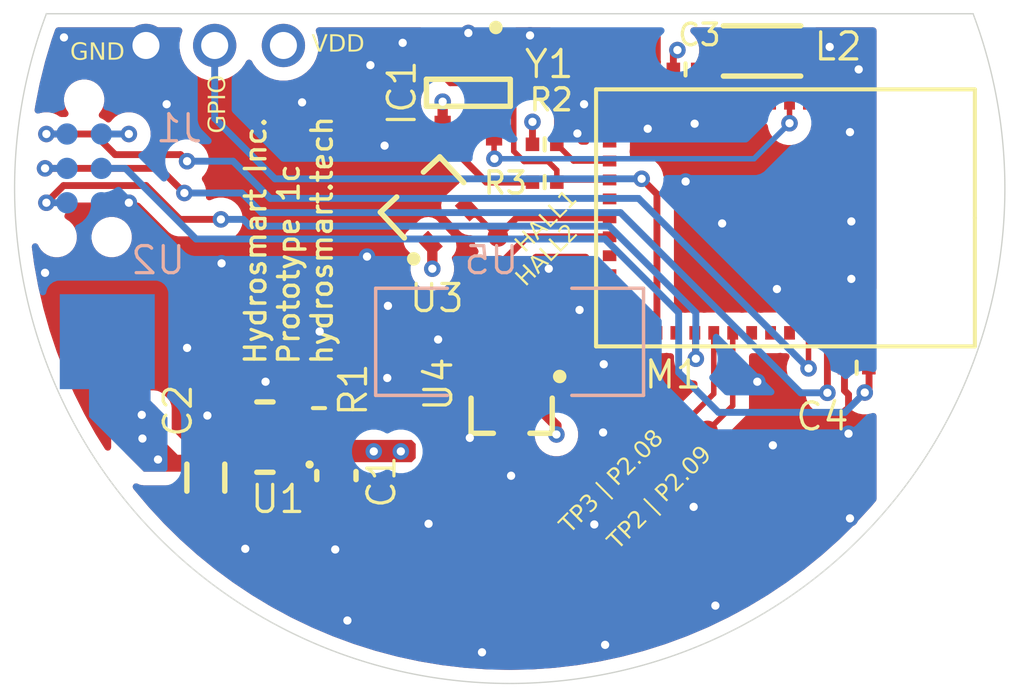
<source format=kicad_pcb>
(kicad_pcb (version 20241229) (generator "pcbnew") (generator_version "9.0")
  (layers (0 "F.Cu" signal "Top Layer") (4 "In1.Cu" power "Int1 (GND)") (6 "In2.Cu" power "Int2 (PWR)") (2 "B.Cu" signal "Bottom Layer") (13 "F.Paste" user "Top Paste") (15 "B.Paste" user "Bottom Paste") (5 "F.SilkS" user "Top Overlay") (7 "B.SilkS" user "Bottom Overlay") (1 "F.Mask" user "Top Solder") (3 "B.Mask" user "Bottom Solder") (25 "Edge.Cuts" user))
  (net 0 "")
  (net 1 "HALL1")
  (net 2 "VBAT")
  (net 3 "VDD")
  (net 4 "GND")
  (net 5 "TP1")
  (net 6 "TP2")
  (net 7 "HALL2")
  (net 8 "/Hydrosmart_NRF_MOD/NRESET")
  (net 9 "/Hydrosmart_NRF_MOD/SWDCLK")
  (net 10 "/Hydrosmart_NRF_MOD/SWDIO")
  (net 11 "/Hydrosmart_NRF_MOD/SWO")
  (net 12 "/Hydrosmart_NRF_MOD/DECD")
  (net 13 "/Hydrosmart_NRF_MOD/DCC")
  (net 16 "Net-(M1-P1.01{slash}XL2)")
  (net 22 "/Hydrosmart_NRF_MOD/TP1")
  (net 23 "/Hydrosmart_NRF_MOD/TP5")
  (net 28 "Net-(M1-P1.00{slash}XL1)")
  (net 30 "/Hydrosmart_NRF_MOD/TP2")
  (net 38 "Net-(U1-RSEL)")
  (net 40 "/ROM_WP")
  (net 41 "/I2C_SDA")
  (net 42 "/I2C_SCL")
  (net 43 "/P2.05")
  (net 44 "/HALL2")
  (net 45 "/HALL1")
  (footprint "HydSmart_VA:AN54L15Q-U" (layer "F.Cu") (at 165.69165 100.17135 -90)
    (property "Reference" "M1" (at 6.3787 12.2904 0) (layer "F.SilkS") (effects (font (thickness 0.12)) (justify left bottom)))
    (property "Value" "AN54L15Q-U" (hide yes))
    (fp_line (start -4.75 13.99997) (end -4.75 -0.00005) (stroke (width 0.15001)) (layer "F.SilkS"))
    (fp_line (start 4.75 13.99997) (end -4.75 13.99997) (stroke (width 0.15001)) (layer "F.SilkS"))
    (fp_line (start 4.75 13.99997) (end 4.75 -0.00005) (stroke (width 0.15001)) (layer "F.SilkS"))
    (fp_line (start 0 -0.00005) (end -4.75 -0.00005) (stroke (width 0.15001)) (layer "F.SilkS"))
    (fp_line (start 4.75 -0.00005) (end 0 -0.00005) (stroke (width 0.15001)) (layer "F.SilkS"))
    (pad "1" smd rect (at -4.25003 4.04998 90) (size 0.5 0.4) (layers "F.Cu" "F.Mask" "F.Paste") (net 4 "GND"))
    (pad "2" smd rect (at -4.25003 4.74995 270) (size 0.5 0.4) (layers "F.Cu" "F.Mask" "F.Paste"))
    (pad "3" smd rect (at -4.25003 5.44998 270) (size 0.5 0.4) (layers "F.Cu" "F.Mask" "F.Paste"))
    (pad "4" smd rect (at -4.25003 6.14995 90) (size 0.5 0.4) (layers "F.Cu" "F.Mask" "F.Paste"))
    (pad "5" smd rect (at -4.25003 6.84997 270) (size 0.5 0.4) (layers "F.Cu" "F.Mask" "F.Paste") (net 40 "/ROM_WP"))
    (pad "6" smd rect (at -4.25003 7.54995 270) (size 0.5 0.4) (layers "F.Cu" "F.Mask" "F.Paste"))
    (pad "7" smd rect (at -4.25003 8.24997 270) (size 0.5 0.4) (layers "F.Cu" "F.Mask" "F.Paste"))
    (pad "8" smd rect (at -4.25003 8.94994 270) (size 0.5 0.4) (layers "F.Cu" "F.Mask" "F.Paste") (net 12 "/Hydrosmart_NRF_MOD/DECD"))
    (pad "9" smd rect (at -4.25003 9.64997 270) (size 0.5 0.4) (layers "F.Cu" "F.Mask" "F.Paste") (net 13 "/Hydrosmart_NRF_MOD/DCC"))
    (pad "10" smd rect (at -4.25003 10.34994 270) (size 0.5 0.4) (layers "F.Cu" "F.Mask" "F.Paste") (net 4 "GND"))
    (pad "11" smd rect (at -4.25003 11.04996 270) (size 0.5 0.4) (layers "F.Cu" "F.Mask" "F.Paste") (net 3 "VDD"))
    (pad "12" smd rect (at -4.25003 11.74994 270) (size 0.5 0.4) (layers "F.Cu" "F.Mask" "F.Paste") (net 28 "Net-(M1-P1.00{slash}XL1)"))
    (pad "13" smd rect (at -4.25003 12.44996 270) (size 0.5 0.4) (layers "F.Cu" "F.Mask" "F.Paste") (net 16 "Net-(M1-P1.01{slash}XL2)"))
    (pad "14" smd rect (at -4.19999 13.49995 180) (size 0.5 0.4) (layers "F.Cu" "F.Mask" "F.Paste") (net 4 "GND"))
    (pad "15" smd rect (at -3.50002 13.49995 180) (size 0.5 0.4) (layers "F.Cu" "F.Mask" "F.Paste"))
    (pad "16" smd rect (at -2.79999 13.49995 180) (size 0.5 0.4) (layers "F.Cu" "F.Mask" "F.Paste"))
    (pad "17" smd rect (at -2.10002 13.49995 180) (size 0.5 0.4) (layers "F.Cu" "F.Mask" "F.Paste") (net 42 "/I2C_SCL"))
    (pad "18" smd rect (at -1.4 13.49995 180) (size 0.5 0.4) (layers "F.Cu" "F.Mask" "F.Paste") (net 41 "/I2C_SDA"))
    (pad "19" smd rect (at -0.70002 13.49995 180) (size 0.5 0.4) (layers "F.Cu" "F.Mask" "F.Paste"))
    (pad "20" smd rect (at 0 13.49995) (size 0.5 0.4) (layers "F.Cu" "F.Mask" "F.Paste") (net 45 "/HALL1"))
    (pad "21" smd rect (at 0.69997 13.49995) (size 0.5 0.4) (layers "F.Cu" "F.Mask" "F.Paste") (net 44 "/HALL2"))
    (pad "22" smd rect (at 1.4 13.49995) (size 0.5 0.4) (layers "F.Cu" "F.Mask" "F.Paste"))
    (pad "23" smd rect (at 2.09997 13.49995) (size 0.5 0.4) (layers "F.Cu" "F.Mask" "F.Paste"))
    (pad "24" smd rect (at 2.79999 13.49995) (size 0.5 0.4) (layers "F.Cu" "F.Mask" "F.Paste"))
    (pad "25" smd rect (at 3.49997 13.49995) (size 0.5 0.4) (layers "F.Cu" "F.Mask" "F.Paste"))
    (pad "26" smd rect (at 4.19999 13.49995) (size 0.5 0.4) (layers "F.Cu" "F.Mask" "F.Paste") (net 4 "GND"))
    (pad "27" smd rect (at 4.24998 12.44996 270) (size 0.5 0.4) (layers "F.Cu" "F.Mask" "F.Paste") (net 23 "/Hydrosmart_NRF_MOD/TP5"))
    (pad "28" smd rect (at 4.24998 11.74994 270) (size 0.5 0.4) (layers "F.Cu" "F.Mask" "F.Paste") (net 43 "/P2.05"))
    (pad "29" smd rect (at 4.24998 11.04996 270) (size 0.5 0.4) (layers "F.Cu" "F.Mask" "F.Paste"))
    (pad "30" smd rect (at 4.24998 10.34994 270) (size 0.5 0.4) (layers "F.Cu" "F.Mask" "F.Paste") (net 11 "/Hydrosmart_NRF_MOD/SWO"))
    (pad "31" smd rect (at 4.24998 9.64997 270) (size 0.5 0.4) (layers "F.Cu" "F.Mask" "F.Paste") (net 30 "/Hydrosmart_NRF_MOD/TP2"))
    (pad "32" smd rect (at 4.24998 8.94994 270) (size 0.5 0.4) (layers "F.Cu" "F.Mask" "F.Paste") (net 22 "/Hydrosmart_NRF_MOD/TP1"))
    (pad "33" smd rect (at 4.24998 8.24997 270) (size 0.5 0.4) (layers "F.Cu" "F.Mask" "F.Paste"))
    (pad "34" smd rect (at 4.24998 7.54995 270) (size 0.5 0.4) (layers "F.Cu" "F.Mask" "F.Paste"))
    (pad "35" smd rect (at 4.24998 6.84997 270) (size 0.5 0.4) (layers "F.Cu" "F.Mask" "F.Paste"))
    (pad "36" smd rect (at 4.24998 6.14995 270) (size 0.5 0.4) (layers "F.Cu" "F.Mask" "F.Paste") (net 10 "/Hydrosmart_NRF_MOD/SWDIO"))
    (pad "37" smd rect (at 4.24998 5.44998 270) (size 0.5 0.4) (layers "F.Cu" "F.Mask" "F.Paste") (net 9 "/Hydrosmart_NRF_MOD/SWDCLK"))
    (pad "38" smd rect (at 4.24998 4.74995 270) (size 0.5 0.4) (layers "F.Cu" "F.Mask" "F.Paste"))
    (pad "39" smd rect (at 4.24998 4.04998 270) (size 0.5 0.4) (layers "F.Cu" "F.Mask" "F.Paste") (net 8 "/Hydrosmart_NRF_MOD/NRESET"))
    (pad "40" smd rect (at 3.35001 4.34995 90) (size 0.5 0.4) (layers "F.Cu" "F.Mask" "F.Paste"))
    (pad "41" smd rect (at 3.35001 5.14995 90) (size 0.5 0.4) (layers "F.Cu" "F.Mask" "F.Paste"))
  )
  (footprint "HydSmart_VA:FC135327680KAAG5" (layer "F.Cu") (at 152.33125 94.35475 180)
    (property "Reference" "Y1" (at 3.355 -0.7203 0) (layer "F.SilkS") (effects (font (thickness 0.12)) (justify left bottom)))
    (property "Value" "FC-135_32.7680KA-AG5" (hide yes))
    (pad "1" smd rect (at -1.24999 0 270) (size 1.8 1) (layers "F.Cu" "F.Mask" "F.Paste") (net 28 "Net-(M1-P1.00{slash}XL1)"))
    (pad "2" smd rect (at 1.25004 0 270) (size 1.8 1) (layers "F.Cu" "F.Mask" "F.Paste") (net 16 "Net-(M1-P1.01{slash}XL2)"))
  )
  (footprint "HydSmart_VA:SOT23-5" (layer "F.Cu") (at 146.97185 95.54855 -90)
    (property "Reference" "IC1" (at 1.304 1.8731 90) (layer "F.SilkS") (effects (font (thickness 0.12)) (justify left bottom)))
    (property "Value" "24FC04HT-I/OT" (hide yes))
    (fp_line (start -0.5 1.55) (end -0.5 -1.55) (stroke (width 0.2)) (layer "F.SilkS"))
    (fp_line (start 0.5 1.55) (end -0.5 1.55) (stroke (width 0.2)) (layer "F.SilkS"))
    (fp_line (start 0.5 1.55) (end 0.5 -1.55) (stroke (width 0.2)) (layer "F.SilkS"))
    (fp_line (start 0.5 -1.55) (end -0.5 -1.55) (stroke (width 0.2)) (layer "F.SilkS"))
    (fp_circle (center -2.413 -1.016) (end -2.538 -1.016) (stroke (width 0.25)) (fill no) (layer "F.SilkS"))
    (pad "1" smd rect (at -1.4 -0.95) (size 0.6 1.1) (layers "F.Cu" "F.Mask" "F.Paste") (net 42 "/I2C_SCL"))
    (pad "2" smd rect (at -1.4 0) (size 0.6 1.1) (layers "F.Cu" "F.Mask" "F.Paste") (net 4 "GND"))
    (pad "3" smd rect (at -1.4 0.95) (size 0.6 1.1) (layers "F.Cu" "F.Mask" "F.Paste") (net 41 "/I2C_SDA"))
    (pad "4" smd rect (at 1.4 0.95) (size 0.6 1.1) (layers "F.Cu" "F.Mask" "F.Paste") (net 3 "VDD"))
    (pad "5" smd rect (at 1.4 -0.95) (size 0.6 1.1) (layers "F.Cu" "F.Mask" "F.Paste") (net 40 "/ROM_WP"))
  )
  (footprint "HydSmart_VA:" (layer "F.Cu") (at 148.08884 101.93513)
    (property "Reference" "" (at 0 0 0) (layer "F.SilkS") (effects (font (size 1.27 1.27))))
    (property "Value" "")
    (pad "" smd circle (at 0 0) (size 0.762 0.762) (layers "F.Cu" "F.Mask" "F.Paste") (net 7 "HALL2"))
  )
  (footprint "HydSmart_VA:" (layer "F.Cu") (at 148.06405 100.85715)
    (property "Reference" "" (at 0 0 0) (layer "F.SilkS") (effects (font (size 1.27 1.27))))
    (property "Value" "")
    (pad "" smd circle (at 0 0) (size 0.762 0.762) (layers "F.Cu" "F.Mask" "F.Paste") (net 1 "HALL1"))
  )
  (footprint "HydSmart_VA:FP-GRM158-0_2-MFG" (layer "F.Cu") (at 137.26905 109.77255 -90)
    (property "Reference" "C2" (at -1.42 0.4453 90) (layer "F.SilkS") (effects (font (thickness 0.12)) (justify left bottom)))
    (property "Value" "22uF" (hide yes))
    (fp_line (start 0.5 0.7) (end -0.5 0.7) (stroke (width 0.2)) (layer "F.SilkS"))
    (fp_line (start 0.5 -0.7) (end -0.5 -0.7) (stroke (width 0.2)) (layer "F.SilkS"))
    (pad "1" smd rect (at -0.47501 -0.00002 270) (size 0.45 0.6) (layers "F.Cu" "F.Mask" "F.Paste") (net 2 "VBAT"))
    (pad "2" smd rect (at 0.475 -0.00002 270) (size 0.45 0.6) (layers "F.Cu" "F.Mask" "F.Paste") (net 4 "GND"))
  )
  (footprint "HydSmart_VA:FP-C2012-125-0_2-MFG" (layer "F.Cu") (at 142.09505 109.69635 -90)
    (property "Reference" "C1" (at 1.2812 -2.2537 90) (layer "F.SilkS") (effects (font (thickness 0.12)) (justify left bottom)))
    (property "Value" "47uF" (hide yes))
    (fp_line (start 0.15 0.72499) (end -0.15002 0.72499) (stroke (width 0.2)) (layer "F.SilkS"))
    (fp_line (start 0.15 -0.72499) (end -0.15002 -0.72499) (stroke (width 0.2)) (layer "F.SilkS"))
    (pad "1" smd rect (at -0.92503 -0.00002 270) (size 0.8 1.05) (layers "F.Cu" "F.Mask" "F.Paste") (net 3 "VDD"))
    (pad "2" smd rect (at 0.92501 -0.00002 270) (size 0.8 1.05) (layers "F.Cu" "F.Mask" "F.Paste") (net 4 "GND"))
  )
  (footprint "HydSmart_VA:R0402" (layer "F.Cu") (at 149.79125 98.85055 180)
    (property "Reference" "R3" (at 2.32811 -0.505838 0) (layer "F.SilkS") (effects (font (size 0.8128 0.8128) (thickness 0.127)) (justify left bottom)))
    (property "Value" "4.7K" (hide yes))
    (fp_line (start 0 -0.225) (end 0 0.225) (stroke (width 0.15)) (layer "F.SilkS"))
    (pad "1" smd rect (at -0.45 0 180) (size 0.5 0.5) (layers "F.Cu" "F.Mask" "F.Paste") (net 41 "/I2C_SDA"))
    (pad "2" smd rect (at 0.45 0 180) (size 0.5 0.5) (layers "F.Cu" "F.Mask" "F.Paste") (net 3 "VDD"))
  )
  (footprint "HydSmart_VA:C0402" (layer "F.Cu") (at 161.32285 105.70855 180)
    (property "Reference" "C4" (at 2.3216 -2.3915 0) (layer "F.SilkS") (effects (font (thickness 0.12)) (justify left bottom)))
    (property "Value" "4.7uF" (hide yes))
    (fp_line (start 0 -0.225) (end 0 0.225) (stroke (width 0.15)) (layer "F.SilkS"))
    (pad "1" smd rect (at -0.45 0 180) (size 0.5 0.5) (layers "F.Cu" "F.Mask" "F.Paste") (net 8 "/Hydrosmart_NRF_MOD/NRESET"))
    (pad "2" smd rect (at 0.45 0 180) (size 0.5 0.5) (layers "F.Cu" "F.Mask" "F.Paste") (net 4 "GND"))
  )
  (footprint "HydSmart_VA:HDR1X3" (layer "F.Cu") (at 137.59646 93.80052 180)
    (property "Reference" "J2" (hide yes))
    (property "Value" "DNP" (hide yes))
    (pad "1" thru_hole circle (at -2.54 0 180) (size 1.6 1.6) (drill 1) (layers "*.Cu" "*.Mask") (net 3 "VDD"))
    (pad "2" thru_hole circle (at 0 0 180) (size 1.6 1.6) (drill 1) (layers "*.Cu" "*.Mask") (net 43 "/P2.05"))
    (pad "3" thru_hole circle (at 2.54 0 180) (size 1.6 1.6) (drill 1) (layers "*.Cu" "*.Mask") (net 4 "GND"))
  )
  (footprint "HydSmart_VA:SOT95P280X135-3L" (layer "F.Cu") (at 148.57205 107.28335 -90)
    (property "Reference" "U4" (at 0.1192 2.1233 90) (layer "F.SilkS") (effects (font (thickness 0.12)) (justify left bottom)))
    (property "Value" "CT8122AM-IS3" (hide yes))
    (fp_line (start 0.84999 1.50002) (end -0.44999 1.50002) (stroke (width 0.2)) (layer "F.SilkS"))
    (fp_line (start 0.84999 1.50002) (end 0.84999 0.67498) (stroke (width 0.2)) (layer "F.SilkS"))
    (fp_line (start 0.84999 -0.67498) (end 0.84999 -1.50002) (stroke (width 0.2)) (layer "F.SilkS"))
    (fp_line (start 0.84999 -1.50002) (end -0.44999 -1.50002) (stroke (width 0.2)) (layer "F.SilkS"))
    (fp_circle (center -1.25 -1.775) (end -1.375 -1.775) (stroke (width 0.25)) (fill no) (layer "F.SilkS"))
    (pad "1" smd rect (at -1.24999 -0.95001) (size 0.55 0.8) (layers "F.Cu" "F.Mask" "F.Paste") (net 3 "VDD"))
    (pad "2" smd rect (at -1.24999 0.95001) (size 0.55 0.8) (layers "F.Cu" "F.Mask" "F.Paste") (net 44 "/HALL2"))
    (pad "3" smd rect (at 1.24998 0) (size 0.55 0.8) (layers "F.Cu" "F.Mask" "F.Paste") (net 4 "GND"))
  )
  (footprint "HydSmart_VA:C0402" (layer "F.Cu") (at 154.99825 94.68495 180)
    (property "Reference" "C3" (at 0.347 0.8094 0) (layer "F.SilkS") (effects (font (size 0.8 0.8) (thickness 0.12)) (justify left bottom)))
    (property "Value" "4.7uF" (hide yes))
    (fp_line (start 0 -0.225) (end 0 0.225) (stroke (width 0.15)) (layer "F.SilkS"))
    (pad "1" smd rect (at -0.45 0 180) (size 0.5 0.5) (layers "F.Cu" "F.Mask" "F.Paste") (net 4 "GND"))
    (pad "2" smd rect (at 0.45 0 180) (size 0.5 0.5) (layers "F.Cu" "F.Mask" "F.Paste") (net 3 "VDD"))
  )
  (footprint "HydSmart_VA:SOT95P280X135-3L" (layer "F.Cu") (at 145.39705 99.56175 133)
    (property "Reference" "U3" (at -2.58736 -3.329956 0) (layer "F.SilkS") (effects (font (thickness 0.12)) (justify left bottom)))
    (property "Value" "CT8122AM-IS3" (hide yes))
    (fp_line (start 0.849984 -1.500016) (end 0.849983 -0.674985) (stroke (width 0.2)) (layer "F.SilkS"))
    (fp_line (start 0.849984 -1.500016) (end -0.449983 -1.500023) (stroke (width 0.2)) (layer "F.SilkS"))
    (fp_line (start 0.849989 0.674983) (end 0.84999 1.500029) (stroke (width 0.2)) (layer "F.SilkS"))
    (fp_line (start 0.84999 1.500029) (end -0.449991 1.500022) (stroke (width 0.2)) (layer "F.SilkS"))
    (fp_circle (center -1.249997 -1.775004) (end -1.158578 -1.689754) (stroke (width 0.25)) (fill no) (layer "F.SilkS"))
    (pad "1" smd rect (at -1.249991 -0.950008 223) (size 0.55 0.8) (layers "F.Cu" "F.Mask" "F.Paste") (net 3 "VDD"))
    (pad "2" smd rect (at -1.249987 0.950006 223) (size 0.55 0.8) (layers "F.Cu" "F.Mask" "F.Paste") (net 45 "/HALL1"))
    (pad "3" smd rect (at 1.249986 -0.000002 223) (size 0.55 0.8) (layers "F.Cu" "F.Mask" "F.Paste") (net 4 "GND"))
  )
  (footprint "HydSmart_VA:" (layer "F.Cu") (at 154.66805 108.04535)
    (property "Reference" "" (at 0 0 0) (layer "F.SilkS") (effects (font (size 1.27 1.27))))
    (property "Value" "")
    (pad "" smd circle (at 0 0) (size 0.762 0.762) (layers "F.Cu" "F.Mask" "F.Paste") (net 6 "TP2"))
  )
  (footprint "HydSmart_VA:" (layer "F.Cu") (at 155.81105 108.04535)
    (property "Reference" "" (at 0 0 0) (layer "F.SilkS") (effects (font (size 1.27 1.27))))
    (property "Value" "")
    (pad "" smd circle (at 0 0) (size 0.762 0.762) (layers "F.Cu" "F.Mask" "F.Paste") (net 5 "TP1"))
  )
  (footprint "HydSmart_VA:R0402" (layer "F.Cu") (at 149.79125 97.45355 180)
    (property "Reference" "R2" (at 0.635 1.170432 0) (layer "F.SilkS") (effects (font (size 0.8128 0.8128) (thickness 0.127)) (justify left bottom)))
    (property "Value" "4.7K" (hide yes))
    (fp_line (start 0 -0.225) (end 0 0.225) (stroke (width 0.15)) (layer "F.SilkS"))
    (pad "1" smd rect (at -0.45 0 180) (size 0.5 0.5) (layers "F.Cu" "F.Mask" "F.Paste") (net 42 "/I2C_SCL"))
    (pad "2" smd rect (at 0.45 0 180) (size 0.5 0.5) (layers "F.Cu" "F.Mask" "F.Paste") (net 3 "VDD"))
  )
  (footprint "HydSmart_VA:MAXM38643AEMB" (layer "F.Cu") (at 139.45345 108.27395 180)
    (property "Reference" "U1" (at 0.6022 -2.8761 0) (layer "F.SilkS") (effects (font (thickness 0.12)) (justify left bottom)))
    (property "Value" "MAXM38643AEMB+" (hide yes))
    (fp_line (start 0.29997 1.30002) (end -0.30003 1.30002) (stroke (width 0.2)) (layer "F.SilkS"))
    (fp_line (start 0.29997 -1.30002) (end -0.30003 -1.30002) (stroke (width 0.2)) (layer "F.SilkS"))
    (fp_arc (start -1.6 -1.015) (mid -1.65 -0.965) (end -1.7 -1.015) (stroke (width 0.2)) (layer "F.SilkS"))
    (fp_arc (start -1.6 -1.015) (mid -1.65 -0.965) (end -1.7 -1.015) (stroke (width 0.2)) (layer "F.SilkS"))
    (fp_arc (start -1.7 -1.015) (mid -1.65 -1.065) (end -1.6 -1.015) (stroke (width 0.2)) (layer "F.SilkS"))
    (pad "1" smd rect (at -0.90002 -1.01498 180) (size 0.6 0.28) (layers "F.Cu" "F.Mask" "F.Paste") (net 3 "VDD"))
    (pad "2" smd rect (at -0.90002 -0.49997 180) (size 0.6 0.25) (layers "F.Cu" "F.Mask" "F.Paste") (net 3 "VDD"))
    (pad "3" smd rect (at -0.90002 0 180) (size 0.6 0.25) (layers "F.Cu" "F.Mask" "F.Paste") (net 3 "VDD"))
    (pad "4" smd rect (at -0.90002 0.50002 180) (size 0.6 0.25) (layers "F.Cu" "F.Mask" "F.Paste") (net 38 "Net-(U1-RSEL)"))
    (pad "5" smd rect (at -0.90002 1 180) (size 0.6 0.25) (layers "F.Cu" "F.Mask" "F.Paste"))
    (pad "6" smd rect (at 0.90002 1 180) (size 0.6 0.25) (layers "F.Cu" "F.Mask" "F.Paste") (net 4 "GND"))
    (pad "7" smd rect (at 0.90002 0.50002 180) (size 0.6 0.25) (layers "F.Cu" "F.Mask" "F.Paste") (net 4 "GND"))
    (pad "8" smd rect (at 0.90002 0 180) (size 0.6 0.25) (layers "F.Cu" "F.Mask" "F.Paste") (net 2 "VBAT"))
    (pad "9" smd rect (at 0.90002 -0.49997 180) (size 0.6 0.25) (layers "F.Cu" "F.Mask" "F.Paste") (net 2 "VBAT"))
    (pad "10" smd rect (at 0.90002 -1 180) (size 0.6 0.25) (layers "F.Cu" "F.Mask" "F.Paste") (net 2 "VBAT"))
  )
  (footprint "HydSmart_VA:R0402" (layer "F.Cu") (at 141.45125 107.20255 -90)
    (property "Reference" "R1" (at 0.375 -1.8475 90) (layer "F.SilkS") (effects (font (thickness 0.12)) (justify left bottom)))
    (property "Value" "20K" (hide yes))
    (fp_line (start 0 0.225) (end 0 -0.225) (stroke (width 0.15)) (layer "F.SilkS"))
    (pad "1" smd rect (at -0.45 0 270) (size 0.5 0.5) (layers "F.Cu" "F.Mask" "F.Paste") (net 4 "GND"))
    (pad "2" smd rect (at 0.45 0 270) (size 0.5 0.5) (layers "F.Cu" "F.Mask" "F.Paste") (net 38 "Net-(U1-RSEL)"))
  )
  (footprint "HydSmart_VA:FP-MLZ1608-IPC_A" (layer "F.Cu") (at 157.82625 94.00255 180)
    (property "Reference" "L2" (at -1.85 -0.4225 0) (layer "F.SilkS") (effects (font (thickness 0.12)) (justify left bottom)))
    (property "Value" "4.7uH" (hide yes))
    (fp_line (start 1.42916 0.92913) (end -1.42911 0.92913) (stroke (width 0.2)) (layer "F.SilkS"))
    (fp_line (start 1.42916 -0.92913) (end -1.42911 -0.92913) (stroke (width 0.2)) (layer "F.SilkS"))
    (pad "1" smd rect (at -0.82606 0 180) (size 1.20606 1.05822) (layers "F.Cu" "F.Mask" "F.Paste") (net 12 "/Hydrosmart_NRF_MOD/DECD"))
    (pad "2" smd rect (at 0.82611 0 180) (size 1.20606 1.05822) (layers "F.Cu" "F.Mask" "F.Paste") (net 13 "/Hydrosmart_NRF_MOD/DCC"))
  )
  (footprint "HydSmart_VA:122" (layer "B.Cu") (at 133.62625 104.7476)
    (property "Reference" "U2" (at 2.957 -2.42255 0) (layer "B.SilkS") (effects (font (thickness 0.12)) (justify left bottom mirror)))
    (property "Value" "122" (hide yes))
    (pad "1" smd rect (at 0 0) (size 3.51 3.51) (layers "B.Cu" "B.Mask" "B.Paste") (net 2 "VBAT"))
  )
  (footprint "HydSmart_VA:112TR" (layer "B.Cu") (at 148.49585 104.75285 180)
    (property "Reference" "U5" (at -0.4064 2.4278 0) (layer "B.SilkS") (effects (font (thickness 0.12)) (justify left bottom mirror)))
    (property "Value" "112TR" (hide yes))
    (fp_line (start 4.95 1.98) (end 2.3 1.98) (stroke (width 0.127)) (layer "B.SilkS"))
    (fp_line (start 4.95 -1.98) (end 4.95 1.98) (stroke (width 0.127)) (layer "B.SilkS"))
    (fp_line (start 4.95 -1.98) (end 2.3 -1.98) (stroke (width 0.127)) (layer "B.SilkS"))
    (fp_line (start -2.3 1.98) (end -4.95 1.98) (stroke (width 0.127)) (layer "B.SilkS"))
    (fp_line (start -2.3 -1.98) (end -4.95 -1.98) (stroke (width 0.127)) (layer "B.SilkS"))
    (fp_line (start -4.95 -1.98) (end -4.95 1.98) (stroke (width 0.127)) (layer "B.SilkS"))
    (pad "1" smd rect (at 0 0 180) (size 3.96 3.96) (layers "B.Cu" "B.Mask" "B.Paste") (net 4 "GND"))
  )
  (footprint "HydSmart_VA:TC2030-IDC-NL" (layer "B.Cu") (at 132.77325 98.34255 -90)
    (property "Reference" "J1" (at -0.8935 -4.445 0) (layer "B.SilkS") (effects (font (thickness 0.12)) (justify left bottom mirror)))
    (property "Value" "TC2030-IDC-NL" (hide yes))
    (pad "" np_thru_hole circle (at -2.54 0 270) (size 0.991 0.991) (drill 0.991) (layers "F&B.Cu" "*.Mask"))
    (pad "" np_thru_hole circle (at 2.54 -1.016 270) (size 0.991 0.991) (drill 0.991) (layers "F&B.Cu" "*.Mask"))
    (pad "" np_thru_hole circle (at 2.54 1.016 270) (size 0.991 0.991) (drill 0.991) (layers "F&B.Cu" "*.Mask"))
    (pad "1" smd circle (at -1.27 -0.635 270) (size 0.787 0.787) (layers "B.Cu" "B.Mask" "B.Paste") (net 3 "VDD"))
    (pad "2" smd circle (at -1.27 0.635 270) (size 0.787 0.787) (layers "B.Cu" "B.Mask" "B.Paste") (net 10 "/Hydrosmart_NRF_MOD/SWDIO"))
    (pad "3" smd circle (at 0 -0.635 270) (size 0.787 0.787) (layers "B.Cu" "B.Mask" "B.Paste") (net 8 "/Hydrosmart_NRF_MOD/NRESET"))
    (pad "4" smd circle (at 0 0.635 270) (size 0.787 0.787) (layers "B.Cu" "B.Mask" "B.Paste") (net 9 "/Hydrosmart_NRF_MOD/SWDCLK"))
    (pad "5" smd circle (at 1.27 -0.635 270) (size 0.787 0.787) (layers "B.Cu" "B.Mask" "B.Paste") (net 4 "GND"))
    (pad "6" smd circle (at 1.27 0.635 270) (size 0.787 0.787) (layers "B.Cu" "B.Mask" "B.Paste") (net 11 "/Hydrosmart_NRF_MOD/SWO"))
    (zone (net 0) (net_name "") (layer "B.Cu") (connect_pads (clearance 0)) (min_thickness 0.25)
      (keepout (tracks allowed) (vias allowed) (pads allowed) (copperpour not_allowed) (footprints allowed))
      (fill (thermal_gap 0.5) (thermal_bridge_width 0.5))
      (polygon (pts (xy 132.13825 97.07097) (xy 132.13825 99.61255) (xy 133.40825 99.61255) (xy 133.40904 99.61176) (xy 133.40904 97.07097)))
    )
  )
  (gr_poly (pts (xy 140.07625 108.15255) (xy 141.12625 108.15255) (xy 141.35125 108.37755) (xy 144.87625 108.37755) (xy 145.02625 108.52755) (xy 145.02625 109.05255) (xy 144.87625 109.20255) (xy 141.10125 109.20255) (xy 140.87625 109.42755) (xy 140.07625 109.42755)) (fill yes) (layer "F.Cu") (net 3))
  (gr_poly (pts (xy 138.87625 109.40255) (xy 137.70125 109.40255) (xy 137.55125 109.55255) (xy 134.97625 109.55255) (xy 134.27625 108.85255) (xy 134.27625 107.22755) (xy 134.45125 107.05255) (xy 135.35125 107.05255) (xy 135.50125 107.20255) (xy 135.50125 108.20255) (xy 136.22625 108.92755) (xy 137.55125 108.92755) (xy 138.22625 108.25255) (xy 138.87625 108.25255)) (fill yes) (layer "F.Cu") (net 2))
  (gr_poly (pts (xy 142.57625 110.22755) (xy 140.07625 110.22755) (xy 139.80125 109.95255) (xy 139.80125 107.30255) (xy 139.65125 107.15255) (xy 138.25125 107.15255) (xy 138.25125 107.90255) (xy 138.95125 107.90255) (xy 139.10125 108.05255) (xy 139.10125 109.70255) (xy 138.77625 110.02755) (xy 136.97625 110.02755) (xy 136.97625 110.87755) (xy 137.32625 111.22755) (xy 142.37625 111.22755) (xy 142.60125 111.00255)) (fill yes) (layer "F.Cu") (net 4))
  (gr_poly (pts (xy 135.22625 106.92755) (xy 135.85125 107.55255) (xy 135.85125 109.47755) (xy 135.77625 109.55255) (xy 134.97625 109.55255) (xy 132.95125 107.52755) (xy 132.95125 104.62755) (xy 133.50125 104.07755) (xy 135.22625 104.07755)) (fill yes) (layer "B.Cu") (net 2))
  (gr_line (start 165.62595 92.62755) (end 131.37625 92.62755) (stroke (width 0.05)) (layer "Edge.Cuts"))
  (gr_arc (start 165.625949 92.627554) (mid 148.5011 117.37965) (end 131.376251 92.627554) (stroke (width 0.05)) (layer "Edge.Cuts"))
  (gr_line (start 165.625949 92.627554) (end 165.62595 92.62755) (stroke (width 0.05)) (layer "Edge.Cuts"))
  (gr_line (start 131.37625 92.62755) (end 131.376251 92.627554) (stroke (width 0.05)) (layer "Edge.Cuts"))
  (gr_text "HALL2" (at 149.151981 102.813281 45) (layer "F.SilkS") (effects (font (size 0.63 0.63) (thickness 0.0762)) (justify left bottom)))
  (gr_text "HALL1" (at 149.126981 101.563281 45) (layer "F.SilkS") (effects (font (size 0.63 0.63) (thickness 0.0762)) (justify left bottom)))
  (gr_text "TP2 | P2.09" (at 152.551981 112.553281 45) (layer "F.SilkS") (effects (font (size 0.63 0.63) (thickness 0.0762)) (justify left bottom)))
  (gr_text "TP3 | P2.08" (at 150.776981 111.953281 45) (layer "F.SilkS") (effects (font (size 0.63 0.63) (thickness 0.0762)) (justify left bottom)))
  (gr_text "VDD" (at 141.17625 94.13465 0) (layer "F.SilkS") (effects (font (size 0.63 0.63) (thickness 0.0762)) (justify left bottom)))
  (gr_text "GPIO" (at 138.08735 97.05255 90) (layer "F.SilkS") (effects (font (size 0.63 0.63) (thickness 0.0762)) (justify left bottom)))
  (gr_text "GND" (at 132.25125 94.43465 0) (layer "F.SilkS") (effects (font (size 0.63 0.63) (thickness 0.0762)) (justify left bottom)))
  (gr_text_box "Hydrosmart Inc.\nPrototype 1c\nhydrosmart.tech" (start 138.71093 105.60255) (end 142.92625 94.55704) (margins 0 0 0 0) (angle 90) (layer "F.SilkS") (effects (font (size 0.762 0.762) (thickness 0.127)) (justify left top)) (border no) (stroke (width 0.1)))
  (via (at 134.92625 108.32755) (size 0.6096) (drill 0.3048) (layers "F.Cu" "B.Cu") (net 2))
  (via (at 134.90125 107.45255) (size 0.6096) (drill 0.3048) (layers "F.Cu" "B.Cu") (net 2))
  (via (at 135.50125 109.10255) (size 0.6096) (drill 0.3048) (layers "F.Cu" "B.Cu") (net 2))
  (segment (start 146.02184 97.24014) (end 147.63225 98.85055) (width 0.254) (layer "F.Cu") (net 3))
  (segment (start 149.52206 107.14836) (end 150.22625 107.85255) (width 0.381) (layer "F.Cu") (net 3))
  (segment (start 154.69825 95.86475) (end 154.69825 95.27755) (width 0.254) (layer "F.Cu") (net 3))
  (segment (start 150.22625 108.17755) (end 150.22625 107.85255) (width 0.381) (layer "F.Cu") (net 3))
  (segment (start 154.64169 95.92132) (end 154.69825 95.86475) (width 0.254) (layer "F.Cu") (net 3))
  (segment (start 149.52206 107.14836) (end 149.52206 106.03336) (width 0.381) (layer "F.Cu") (net 3))
  (segment (start 146.02184 97.24014) (end 146.02184 96.79853) (width 0.254) (layer "F.Cu") (net 3))
  (segment (start 147.63225 98.85055) (end 149.34125 98.85055) (width 0.254) (layer "F.Cu") (net 3))
  (segment (start 154.54825 95.12755) (end 154.69825 95.27755) (width 0.254) (layer "F.Cu") (net 3))
  (segment (start 154.54825 95.12755) (end 154.54825 94.68495) (width 0.254) (layer "F.Cu") (net 3))
  (segment (start 154.54825 94.68495) (end 154.54825 94.11895) (width 0.254) (layer "F.Cu") (net 3))
  (segment (start 149.34125 97.45355) (end 149.34125 96.62255) (width 0.254) (layer "F.Cu") (net 3))
  (segment (start 145.64 101.094) (end 145.64 101.094) (width 0.2032) (layer "F.Cu") (net 3))
  (segment (start 154.54825 94.11895) (end 154.69825 93.96895) (width 0.254) (layer "F.Cu") (net 3))
  (segment (start 145.64 102.05095) (end 145.64 101.094) (width 0.381) (layer "F.Cu") (net 3))
  (segment (start 146.02184 96.79853) (end 146.02184 95.87755) (width 0.381) (layer "F.Cu") (net 3))
  (via (at 144.47625 108.80255) (size 0.6096) (drill 0.3048) (layers "F.Cu" "B.Cu") (net 3))
  (via (at 146.02184 95.87755) (size 0.6096) (drill 0.3048) (layers "F.Cu" "B.Cu") (net 3))
  (via (at 134.42425 97.07255) (size 0.6096) (drill 0.3048) (layers "F.Cu" "B.Cu") (net 3))
  (via (at 149.34125 96.62255) (size 0.6096) (drill 0.3048) (layers "F.Cu" "B.Cu") (net 3))
  (via (at 145.64 102.05095) (size 0.6096) (drill 0.3048) (layers "F.Cu" "B.Cu") (net 3))
  (via (at 154.69825 93.96895) (size 0.6096) (drill 0.3048) (layers "F.Cu" "B.Cu") (net 3))
  (via (at 150.22625 108.17755) (size 0.6096) (drill 0.3048) (layers "F.Cu" "B.Cu") (net 3))
  (via (at 143.47625 108.80255) (size 0.6096) (drill 0.3048) (layers "F.Cu" "B.Cu") (net 3))
  (segment (start 133.40825 97.07255) (end 134.42425 97.07255) (width 0.254) (layer "B.Cu") (net 3))
  (segment (start 151.97565 105.51282) (end 152.1917 105.29676) (width 0.2032) (layer "F.Cu") (net 4))
  (segment (start 143.87625 97.97926) (end 144.54456 98.64757) (width 0.381) (layer "F.Cu") (net 4))
  (segment (start 161.64167 95.92132) (end 161.64167 94.9963) (width 0.2032) (layer "F.Cu") (net 4))
  (segment (start 160.87285 106.55255) (end 160.87285 105.70855) (width 0.254) (layer "F.Cu") (net 4))
  (segment (start 155.33505 96.69155) (end 155.33505 95.92797) (width 0.2032) (layer "F.Cu") (net 4))
  (segment (start 155.29825 95.89117) (end 155.29825 94.68495) (width 0.2032) (layer "F.Cu") (net 4))
  (segment (start 151.97565 105.58155) (end 151.97565 105.51282) (width 0.2032) (layer "F.Cu") (net 4))
  (segment (start 148.55125 109.70255) (end 148.57205 109.68175) (width 0.381) (layer "F.Cu") (net 4))
  (segment (start 161.02285 108.14695) (end 161.02285 106.70255) (width 0.254) (layer "F.Cu") (net 4))
  (segment (start 161.39905 94.75368) (end 161.39905 94.68495) (width 0.2032) (layer "F.Cu") (net 4))
  (segment (start 148.57205 109.68175) (end 148.57205 108.53333) (width 0.381) (layer "F.Cu") (net 4))
  (segment (start 151.24804 95.97136) (end 152.1917 95.97136) (width 0.381) (layer "F.Cu") (net 4))
  (segment (start 152.1917 105.29676) (end 152.1917 104.37134) (width 0.2032) (layer "F.Cu") (net 4))
  (segment (start 146.97185 94.29856) (end 146.97185 93.33875) (width 0.381) (layer "F.Cu") (net 4))
  (segment (start 155.29825 95.89117) (end 155.33505 95.92797) (width 0.2032) (layer "F.Cu") (net 4))
  (segment (start 143.87625 97.97926) (end 143.87625 97.50255) (width 0.381) (layer "F.Cu") (net 4))
  (segment (start 161.39905 94.75368) (end 161.64167 94.9963) (width 0.2032) (layer "F.Cu") (net 4))
  (segment (start 160.87285 106.55255) (end 161.02285 106.70255) (width 0.254) (layer "F.Cu") (net 4))
  (via (at 143.87625 97.50255) (size 0.6096) (drill 0.3048) (layers "F.Cu" "B.Cu") (net 4))
  (via (at 151.00125 97.05255) (size 0.6096) (drill 0.3048) (layers "F.Cu" "B.Cu") (net 4))
  (via (at 155.29825 110.85255) (size 0.6096) (drill 0.3048) (layers "F.Cu" "B.Cu") (net 4))
  (via (at 132.02625 93.50255) (size 0.6096) (drill 0.3048) (layers "F.Cu" "B.Cu") (net 4))
  (via (at 161.07625 97.00255) (size 0.6096) (drill 0.3048) (layers "F.Cu" "B.Cu") (net 4))
  (via (at 161.39905 94.68495) (size 0.6096) (drill 0.3048) (layers "F.Cu" "B.Cu") (net 4))
  (via (at 138.72625 112.40255) (size 0.6096) (drill 0.3048) (layers "F.Cu" "B.Cu") (net 4))
  (via (at 161.02285 108.14695) (size 0.6096) (drill 0.3048) (layers "F.Cu" "B.Cu") (net 4))
  (via (at 143.22625 101.60255) (size 0.6096) (drill 0.3048) (layers "F.Cu" "B.Cu") (net 4))
  (via (at 155.33505 96.69155) (size 0.6096) (drill 0.3048) (layers "F.Cu" "B.Cu") (net 4))
  (via (at 146.97185 93.33875) (size 0.6096) (drill 0.3048) (layers "F.Cu" "B.Cu") (net 4))
  (via (at 140.82625 95.90255) (size 0.6096) (drill 0.3048) (layers "F.Cu" "B.Cu") (net 4))
  (via (at 153.60125 96.87755) (size 0.6096) (drill 0.3048) (layers "F.Cu" "B.Cu") (net 4))
  (via (at 139.47625 106.22755) (size 0.6096) (drill 0.3048) (layers "F.Cu" "B.Cu") (net 4))
  (via (at 151.97565 105.58155) (size 0.6096) (drill 0.3048) (layers "F.Cu" "B.Cu") (net 4))
  (via (at 143.35125 94.52755) (size 0.6096) (drill 0.3048) (layers "F.Cu" "B.Cu") (net 4))
  (via (at 143.97465 106.08955) (size 0.6096) (drill 0.3048) (layers "F.Cu" "B.Cu") (net 4))
  (via (at 142.05125 112.42755) (size 0.6096) (drill 0.3048) (layers "F.Cu" "B.Cu") (net 4))
  (via (at 157.65125 106.22755) (size 0.6096) (drill 0.3048) (layers "F.Cu" "B.Cu") (net 4))
  (via (at 131.32625 102.20255) (size 0.6096) (drill 0.3048) (layers "F.Cu" "B.Cu") (net 4))
  (via (at 144.00005 103.42255) (size 0.6096) (drill 0.3048) (layers "F.Cu" "B.Cu") (net 4))
  (via (at 137.85125 101.85255) (size 0.6096) (drill 0.3048) (layers "F.Cu" "B.Cu") (net 4))
  (via (at 158.22625 108.57755) (size 0.6096) (drill 0.3048) (layers "F.Cu" "B.Cu") (net 4))
  (via (at 152.02625 115.95255) (size 0.6096) (drill 0.3048) (layers "F.Cu" "B.Cu") (net 4))
  (via (at 155.00125 98.82755) (size 0.6096) (drill 0.3048) (layers "F.Cu" "B.Cu") (net 4))
  (via (at 156.35125 100.37755) (size 0.6096) (drill 0.3048) (layers "F.Cu" "B.Cu") (net 4))
  (via (at 151.24804 95.97136) (size 0.6096) (drill 0.3048) (layers "F.Cu" "B.Cu") (net 4))
  (via (at 141.47625 104.37134) (size 0.6096) (drill 0.3048) (layers "F.Cu" "B.Cu") (net 4))
  (via (at 148.55125 109.70255) (size 0.6096) (drill 0.3048) (layers "F.Cu" "B.Cu") (net 4))
  (via (at 137.32625 107.47755) (size 0.6096) (drill 0.3048) (layers "F.Cu" "B.Cu") (net 4))
  (via (at 161.07625 111.27755) (size 0.6096) (drill 0.3048) (layers "F.Cu" "B.Cu") (net 4))
  (via (at 135.82125 95.97136) (size 0.6096) (drill 0.3048) (layers "F.Cu" "B.Cu") (net 4))
  (via (at 149.25125 93.42755) (size 0.6096) (drill 0.3048) (layers "F.Cu" "B.Cu") (net 4))
  (via (at 156.10125 114.50255) (size 0.6096) (drill 0.3048) (layers "F.Cu" "B.Cu") (net 4))
  (via (at 147.02625 108.30255) (size 0.6096) (drill 0.3048) (layers "F.Cu" "B.Cu") (net 4))
  (via (at 145.85425 104.66715) (size 0.6096) (drill 0.3048) (layers "F.Cu" "B.Cu") (net 4))
  (via (at 160.32625 93.85255) (size 0.6096) (drill 0.3048) (layers "F.Cu" "B.Cu") (net 4))
  (via (at 142.50125 115.05255) (size 0.6096) (drill 0.3048) (layers "F.Cu" "B.Cu") (net 4))
  (via (at 147.47625 116.22755) (size 0.6096) (drill 0.3048) (layers "F.Cu" "B.Cu") (net 4))
  (via (at 145.50125 111.47755) (size 0.6096) (drill 0.3048) (layers "F.Cu" "B.Cu") (net 4))
  (via (at 144.54456 93.70255) (size 0.6096) (drill 0.3048) (layers "F.Cu" "B.Cu") (net 4))
  (via (at 134.42504 99.61176) (size 0.6096) (drill 0.3048) (layers "F.Cu" "B.Cu") (net 4))
  (via (at 158.37625 102.80255) (size 0.6096) (drill 0.3048) (layers "F.Cu" "B.Cu") (net 4))
  (via (at 136.57625 104.97755) (size 0.6096) (drill 0.3048) (layers "F.Cu" "B.Cu") (net 4))
  (via (at 151.62625 111.50255) (size 0.6096) (drill 0.3048) (layers "F.Cu" "B.Cu") (net 4))
  (via (at 151.08121 103.57495) (size 0.6096) (drill 0.3048) (layers "F.Cu" "B.Cu") (net 4))
  (via (at 161.12625 102.42755) (size 0.6096) (drill 0.3048) (layers "F.Cu" "B.Cu") (net 4))
  (via (at 161.12625 100.30255) (size 0.6096) (drill 0.3048) (layers "F.Cu" "B.Cu") (net 4))
  (via (at 149.94365 102.05095) (size 0.6096) (drill 0.3048) (layers "F.Cu" "B.Cu") (net 4))
  (via (at 151.95125 108.10255) (size 0.6096) (drill 0.3048) (layers "F.Cu" "B.Cu") (net 4))
  (segment (start 145.85425 104.66715) (end 148.41015 104.66715) (width 0.508) (layer "B.Cu") (net 4))
  (segment (start 148.41015 104.66715) (end 148.49585 104.75285) (width 0.508) (layer "B.Cu") (net 4))
  (segment (start 133.40904 99.61176) (end 134.42504 99.61176) (width 0.254) (layer "B.Cu") (net 4))
  (segment (start 150.70565 105.58155) (end 151.97565 105.58155) (width 0.2032) (layer "B.Cu") (net 4))
  (segment (start 155.81105 108.04535) (end 156.74171 107.11469) (width 0.2032) (layer "F.Cu") (net 5))
  (segment (start 156.74171 107.11469) (end 156.74171 104.42133) (width 0.2032) (layer "F.Cu") (net 5))
  (segment (start 154.66805 108.04535) (end 156.04168 106.67172) (width 0.2032) (layer "F.Cu") (net 6))
  (segment (start 156.04168 106.67172) (end 156.04168 104.42133) (width 0.2032) (layer "F.Cu") (net 6))
  (segment (start 161.64167 105.68973) (end 161.7811 105.82916) (width 0.254) (layer "F.Cu") (net 8))
  (segment (start 161.62285 106.62775) (end 161.7811 106.4695) (width 0.254) (layer "F.Cu") (net 8))
  (segment (start 161.7811 106.4695) (end 161.7811 105.82916) (width 0.254) (layer "F.Cu") (net 8))
  (segment (start 161.64167 105.68973) (end 161.64167 104.42133) (width 0.254) (layer "F.Cu") (net 8))
  (via (at 161.62285 106.62775) (size 0.6096) (drill 0.3048) (layers "F.Cu" "B.Cu") (net 8))
  (segment (start 154.74425 105.88635) (end 156.21745 107.35955) (width 0.254) (layer "B.Cu") (net 8))
  (segment (start 136.90725 100.95255) (end 152.02025 100.95255) (width 0.254) (layer "B.Cu") (net 8))
  (segment (start 154.74425 105.88635) (end 154.74425 103.67655) (width 0.254) (layer "B.Cu") (net 8))
  (segment (start 160.89105 107.35955) (end 161.62285 106.62775) (width 0.254) (layer "B.Cu") (net 8))
  (segment (start 134.29725 98.34255) (end 136.90725 100.95255) (width 0.254) (layer "B.Cu") (net 8))
  (segment (start 133.40825 98.34255) (end 134.29725 98.34255) (width 0.254) (layer "B.Cu") (net 8))
  (segment (start 156.21745 107.35955) (end 160.89105 107.35955) (width 0.254) (layer "B.Cu") (net 8))
  (segment (start 152.02025 100.95255) (end 154.74425 103.67655) (width 0.254) (layer "B.Cu") (net 8))
  (segment (start 135.56546 98.34176) (end 136.47625 99.25255) (width 0.254) (layer "F.Cu") (net 9))
  (segment (start 160.24167 106.63733) (end 160.24167 104.42133) (width 0.254) (layer "F.Cu") (net 9))
  (segment (start 131.32625 98.34176) (end 135.56546 98.34176) (width 0.254) (layer "F.Cu") (net 9))
  (via (at 160.24167 106.63733) (size 0.6096) (drill 0.3048) (layers "F.Cu" "B.Cu") (net 9))
  (via (at 131.32625 98.34176) (size 0.6096) (drill 0.3048) (layers "F.Cu" "B.Cu") (net 9))
  (via (at 136.47625 99.25255) (size 0.6096) (drill 0.3048) (layers "F.Cu" "B.Cu") (net 9))
  (segment (start 131.32625 98.34176) (end 132.13825 98.34176) (width 0.254) (layer "B.Cu") (net 9))
  (segment (start 152.59465 99.97755) (end 159.25443 106.63733) (width 0.254) (layer "B.Cu") (net 9))
  (segment (start 136.47625 99.25255) (end 138.60125 99.25255) (width 0.254) (layer "B.Cu") (net 9))
  (segment (start 139.32625 99.97755) (end 152.59465 99.97755) (width 0.254) (layer "B.Cu") (net 9))
  (segment (start 138.60125 99.25255) (end 139.32625 99.97755) (width 0.254) (layer "B.Cu") (net 9))
  (segment (start 159.25443 106.63733) (end 160.24167 106.63733) (width 0.254) (layer "B.Cu") (net 9))
  (segment (start 136.33325 97.83455) (end 136.57625 98.07755) (width 0.254) (layer "F.Cu") (net 10))
  (segment (start 133.91625 97.83455) (end 136.33325 97.83455) (width 0.254) (layer "F.Cu") (net 10))
  (segment (start 133.15425 97.07255) (end 133.91625 97.83455) (width 0.254) (layer "F.Cu") (net 10))
  (segment (start 159.54328 105.73237) (end 159.54328 104.4229) (width 0.2032) (layer "F.Cu") (net 10))
  (segment (start 131.37625 97.07255) (end 133.15425 97.07255) (width 0.254) (layer "F.Cu") (net 10))
  (segment (start 159.54328 105.73237) (end 159.54485 105.73395) (width 0.2032) (layer "F.Cu") (net 10))
  (via (at 159.54485 105.73395) (size 0.6096) (drill 0.3048) (layers "F.Cu" "B.Cu") (net 10))
  (via (at 136.57625 98.07755) (size 0.6096) (drill 0.3048) (layers "F.Cu" "B.Cu") (net 10))
  (via (at 131.37625 97.07255) (size 0.6096) (drill 0.3048) (layers "F.Cu" "B.Cu") (net 10))
  (segment (start 136.57625 98.07755) (end 138.27625 98.07755) (width 0.254) (layer "B.Cu") (net 10))
  (segment (start 138.27625 98.07755) (end 139.65125 99.45255) (width 0.254) (layer "B.Cu") (net 10))
  (segment (start 131.37625 97.07255) (end 132.13825 97.07255) (width 0.254) (layer "B.Cu") (net 10))
  (segment (start 153.26345 99.45255) (end 159.54485 105.73395) (width 0.254) (layer "B.Cu") (net 10))
  (segment (start 139.65125 99.45255) (end 153.26345 99.45255) (width 0.254) (layer "B.Cu") (net 10))
  (segment (start 132.01125 98.97755) (end 135.05925 98.97755) (width 0.254) (layer "F.Cu") (net 11))
  (segment (start 155.34171 105.34081) (end 155.34171 104.42133) (width 0.2032) (layer "F.Cu") (net 11))
  (segment (start 155.33505 104.41472) (end 155.34171 104.42133) (width 0.2032) (layer "F.Cu") (net 11))
  (segment (start 131.37625 99.61255) (end 132.01125 98.97755) (width 0.254) (layer "F.Cu") (net 11))
  (segment (start 135.05925 98.97755) (end 136.30925 100.22755) (width 0.254) (layer "F.Cu") (net 11))
  (segment (start 155.34171 105.34081) (end 155.37925 105.37835) (width 0.2032) (layer "F.Cu") (net 11))
  (segment (start 136.30925 100.22755) (end 137.82625 100.22755) (width 0.254) (layer "F.Cu") (net 11))
  (via (at 131.37625 99.61255) (size 0.6096) (drill 0.3048) (layers "F.Cu" "B.Cu") (net 11))
  (via (at 155.37925 105.37835) (size 0.6096) (drill 0.3048) (layers "F.Cu" "B.Cu") (net 11))
  (via (at 137.82625 100.22755) (size 0.6096) (drill 0.3048) (layers "F.Cu" "B.Cu") (net 11))
  (segment (start 138.65125 100.22755) (end 138.90125 100.47755) (width 0.254) (layer "B.Cu") (net 11))
  (segment (start 137.82625 100.22755) (end 138.65125 100.22755) (width 0.254) (layer "B.Cu") (net 11))
  (segment (start 138.90125 100.47755) (end 152.18025 100.47755) (width 0.254) (layer "B.Cu") (net 11))
  (segment (start 152.18025 100.47755) (end 155.37925 103.67655) (width 0.254) (layer "B.Cu") (net 11))
  (segment (start 155.37925 105.37835) (end 155.37925 103.67655) (width 0.254) (layer "B.Cu") (net 11))
  (segment (start 131.37625 99.61255) (end 132.13825 99.61255) (width 0.254) (layer "B.Cu") (net 11))
  (segment (start 157.15622 95.08252) (end 158.39628 95.08252) (width 0.2032) (layer "F.Cu") (net 12))
  (segment (start 158.65231 94.82649) (end 158.65231 94.00255) (width 0.2032) (layer "F.Cu") (net 12))
  (segment (start 158.39628 95.08252) (end 158.65231 94.82649) (width 0.2032) (layer "F.Cu") (net 12))
  (segment (start 156.74171 95.92132) (end 156.81471 95.92132) (width 0.2032) (layer "F.Cu") (net 12))
  (segment (start 156.81471 95.92132) (end 156.81471 95.42404) (width 0.2032) (layer "F.Cu") (net 12))
  (segment (start 156.81471 95.42404) (end 157.15622 95.08252) (width 0.2032) (layer "F.Cu") (net 12))
  (segment (start 156.04168 95.92132) (end 156.04168 94.96101) (width 0.254) (layer "F.Cu") (net 13))
  (segment (start 156.04168 94.96101) (end 157.00014 94.00255) (width 0.254) (layer "F.Cu") (net 13))
  (segment (start 151.08121 94.81088) (end 151.08121 94.35475) (width 0.2032) (layer "F.Cu") (net 16))
  (segment (start 151.48868 95.21835) (end 152.57697 95.21835) (width 0.2032) (layer "F.Cu") (net 16))
  (segment (start 152.57697 95.21835) (end 153.24169 95.88307) (width 0.2032) (layer "F.Cu") (net 16))
  (segment (start 151.08121 94.81088) (end 151.48868 95.21835) (width 0.2032) (layer "F.Cu") (net 16))
  (segment (start 153.23097 104.43205) (end 153.24169 104.42133) (width 0.2032) (layer "F.Cu") (net 23))
  (segment (start 153.94171 95.92132) (end 153.94171 94.45147) (width 0.2032) (layer "F.Cu") (net 28))
  (segment (start 153.94171 94.45147) (end 153.98764 94.40555) (width 0.2032) (layer "F.Cu") (net 28))
  (segment (start 141.42164 107.77393) (end 141.46007 107.81236) (width 0.2032) (layer "F.Cu") (net 38))
  (segment (start 140.35347 107.77393) (end 141.42164 107.77393) (width 0.2032) (layer "F.Cu") (net 38))
  (segment (start 147.92185 97.97315) (end 147.92185 96.94855) (width 0.2032) (layer "F.Cu") (net 40))
  (segment (start 147.92185 97.97315) (end 147.93565 97.98695) (width 0.2032) (layer "F.Cu") (net 40))
  (segment (start 147.92186 96.79853) (end 147.99686 96.87354) (width 0.2032) (layer "F.Cu") (net 40))
  (segment (start 158.84168 96.67418) (end 158.84168 95.92132) (width 0.2032) (layer "F.Cu") (net 40))
  (via (at 147.93565 97.98695) (size 0.6096) (drill 0.3048) (layers "F.Cu" "B.Cu") (net 40))
  (via (at 158.84168 96.67418) (size 0.6096) (drill 0.3048) (layers "F.Cu" "B.Cu") (net 40))
  (segment (start 157.5289 97.98695) (end 158.84168 96.67418) (width 0.2032) (layer "B.Cu") (net 40))
  (segment (start 147.93565 97.98695) (end 157.5289 97.98695) (width 0.2032) (layer "B.Cu") (net 40))
  (segment (start 150.28905 98.77135) (end 152.1917 98.77135) (width 0.2032) (layer "F.Cu") (net 41))
  (segment (start 147.92125 95.20255) (end 148.64825 95.92955) (width 0.2032) (layer "F.Cu") (net 41))
  (segment (start 148.64825 97.70755) (end 148.64825 95.92955) (width 0.2032) (layer "F.Cu") (net 41))
  (segment (start 148.64825 97.70755) (end 149.02925 98.08855) (width 0.2032) (layer "F.Cu") (net 41))
  (segment (start 146.02184 94.92314) (end 146.02184 94.14856) (width 0.2032) (layer "F.Cu") (net 41))
  (segment (start 150.24125 98.72355) (end 150.24125 98.41155) (width 0.2032) (layer "F.Cu") (net 41))
  (segment (start 150.24125 98.72355) (end 150.28905 98.77135) (width 0.2032) (layer "F.Cu") (net 41))
  (segment (start 146.30125 95.20255) (end 147.92125 95.20255) (width 0.2032) (layer "F.Cu") (net 41))
  (segment (start 146.02184 94.14856) (end 146.02185 94.14855) (width 0.2032) (layer "F.Cu") (net 41))
  (segment (start 149.91825 98.08855) (end 150.24125 98.41155) (width 0.2032) (layer "F.Cu") (net 41))
  (segment (start 146.02184 94.92314) (end 146.30125 95.20255) (width 0.2032) (layer "F.Cu") (net 41))
  (segment (start 149.02925 98.08855) (end 149.91825 98.08855) (width 0.2032) (layer "F.Cu") (net 41))
  (segment (start 147.92185 94.14855) (end 148.51825 94.14855) (width 0.2032) (layer "F.Cu") (net 42))
  (segment (start 150.24125 97.45355) (end 150.24125 95.87155) (width 0.2032) (layer "F.Cu") (net 42))
  (segment (start 150.24125 97.45355) (end 150.85903 98.07133) (width 0.2032) (layer "F.Cu") (net 42))
  (segment (start 150.85903 98.07133) (end 152.1917 98.07133) (width 0.2032) (layer "F.Cu") (net 42))
  (segment (start 148.51825 94.14855) (end 150.24125 95.87155) (width 0.2032) (layer "F.Cu") (net 42))
  (segment (start 153.94171 104.42133) (end 153.94171 99.29301) (width 0.254) (layer "F.Cu") (net 43))
  (segment (start 153.37625 98.72755) (end 153.94171 99.29301) (width 0.254) (layer "F.Cu") (net 43))
  (via (at 153.37625 98.72755) (size 0.6096) (drill 0.3048) (layers "F.Cu" "B.Cu") (net 43))
  (segment (start 137.59646 96.49776) (end 139.82625 98.72755) (width 0.254) (layer "B.Cu") (net 43))
  (segment (start 139.82625 98.72755) (end 153.37625 98.72755) (width 0.254) (layer "B.Cu") (net 43))
  (segment (start 137.59646 96.49776) (end 137.59646 93.80052) (width 0.254) (layer "B.Cu") (net 43))
  (segment (start 147.57124 106.05876) (end 147.62204 106.03336) (width 0.2032) (layer "F.Cu") (net 44))
  (segment (start 149.15264 100.87132) (end 152.1917 100.87132) (width 0.254) (layer "F.Cu") (net 44))
  (segment (start 148.08884 101.93513) (end 149.15264 100.87132) (width 0.254) (layer "F.Cu") (net 44))
  (segment (start 147.57124 106.05876) (end 147.57124 102.41376) (width 0.2032) (layer "F.Cu") (net 44))
  (segment (start 147.57124 102.41376) (end 148.08884 101.93513) (width 0.2032) (layer "F.Cu") (net 44))
  (segment (start 148.74985 100.17135) (end 152.1917 100.17135) (width 0.254) (layer "F.Cu") (net 45))
  (segment (start 147.27665 100.06975) (end 148.06405 100.85715) (width 0.2032) (layer "F.Cu") (net 45))
  (segment (start 148.06405 100.85715) (end 148.74985 100.17135) (width 0.254) (layer "F.Cu") (net 45))
  (segment (start 147.04322 100.06975) (end 147.27665 100.06975) (width 0.2032) (layer "F.Cu") (net 45))
  (zone (net 4) (net_name "GND") (layer "F.Cu") (priority 2) (connect_pads yes (clearance 0.5)) (min_thickness 0.25) (fill yes (thermal_gap 0.254) (thermal_bridge_width 0.254))
    (polygon (pts (xy 165.70125 92.70255) (xy 129.97625 92.70255) (xy 129.97625 96.37755) (xy 129.97625 117.60255) (xy 153.87625 117.60255) (xy 167.32625 117.60255) (xy 167.32625 93.22755) (xy 167.32625 92.75255) (xy 165.55125 92.75255)))
  )
  (zone (net 0) (net_name "") (layers "F.Cu" "B.Cu" "In1.Cu" "In2.Cu") (connect_pads (clearance 0)) (min_thickness 0.25)
    (keepout (tracks allowed) (vias allowed) (pads allowed) (copperpour not_allowed) (footprints allowed))
    (fill (thermal_gap 0.5) (thermal_bridge_width 0.5))
    (polygon (pts (xy 162.05945 92.50055) (xy 162.05945 114.57315) (xy 167.11404 114.57315) (xy 167.11404 92.50055)))
  )
  (zone (net 4) (net_name "GND") (layer "B.Cu") (connect_pads yes (clearance 0.5)) (min_thickness 0.25) (fill yes (thermal_gap 0.254) (thermal_bridge_width 0.254))
    (polygon (pts (xy 165.90125 92.70255) (xy 130.17625 92.70255) (xy 130.17625 96.37755) (xy 130.17625 117.60255) (xy 154.07625 117.60255) (xy 167.52625 117.60255) (xy 167.52625 93.22755) (xy 167.52625 92.75255) (xy 165.75125 92.75255)))
  )
)
</source>
